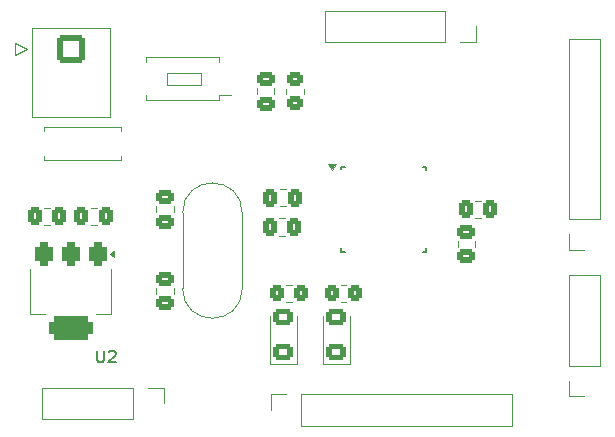
<source format=gto>
G04 #@! TF.GenerationSoftware,KiCad,Pcbnew,8.0.8-8.0.8-0~ubuntu24.04.1*
G04 #@! TF.CreationDate,2025-08-03T14:05:04+02:00*
G04 #@! TF.ProjectId,atmega328,61746d65-6761-4333-9238-2e6b69636164,rev?*
G04 #@! TF.SameCoordinates,Original*
G04 #@! TF.FileFunction,Legend,Top*
G04 #@! TF.FilePolarity,Positive*
%FSLAX46Y46*%
G04 Gerber Fmt 4.6, Leading zero omitted, Abs format (unit mm)*
G04 Created by KiCad (PCBNEW 8.0.8-8.0.8-0~ubuntu24.04.1) date 2025-08-03 14:05:04*
%MOMM*%
%LPD*%
G01*
G04 APERTURE LIST*
G04 Aperture macros list*
%AMRoundRect*
0 Rectangle with rounded corners*
0 $1 Rounding radius*
0 $2 $3 $4 $5 $6 $7 $8 $9 X,Y pos of 4 corners*
0 Add a 4 corners polygon primitive as box body*
4,1,4,$2,$3,$4,$5,$6,$7,$8,$9,$2,$3,0*
0 Add four circle primitives for the rounded corners*
1,1,$1+$1,$2,$3*
1,1,$1+$1,$4,$5*
1,1,$1+$1,$6,$7*
1,1,$1+$1,$8,$9*
0 Add four rect primitives between the rounded corners*
20,1,$1+$1,$2,$3,$4,$5,0*
20,1,$1+$1,$4,$5,$6,$7,0*
20,1,$1+$1,$6,$7,$8,$9,0*
20,1,$1+$1,$8,$9,$2,$3,0*%
G04 Aperture macros list end*
%ADD10C,0.150000*%
%ADD11C,0.120000*%
%ADD12RoundRect,0.250000X0.450000X-0.350000X0.450000X0.350000X-0.450000X0.350000X-0.450000X-0.350000X0*%
%ADD13RoundRect,0.250000X0.350000X0.450000X-0.350000X0.450000X-0.350000X-0.450000X0.350000X-0.450000X0*%
%ADD14RoundRect,0.250001X0.624999X-0.462499X0.624999X0.462499X-0.624999X0.462499X-0.624999X-0.462499X0*%
%ADD15RoundRect,0.250000X0.475000X-0.337500X0.475000X0.337500X-0.475000X0.337500X-0.475000X-0.337500X0*%
%ADD16RoundRect,0.250000X-0.475000X0.337500X-0.475000X-0.337500X0.475000X-0.337500X0.475000X0.337500X0*%
%ADD17RoundRect,0.250000X0.337500X0.475000X-0.337500X0.475000X-0.337500X-0.475000X0.337500X-0.475000X0*%
%ADD18RoundRect,0.250000X-0.337500X-0.475000X0.337500X-0.475000X0.337500X0.475000X-0.337500X0.475000X0*%
%ADD19R,1.600000X0.550000*%
%ADD20R,0.550000X1.600000*%
%ADD21R,1.700000X1.700000*%
%ADD22O,1.700000X1.700000*%
%ADD23C,1.500000*%
%ADD24RoundRect,0.250001X-0.949999X0.949999X-0.949999X-0.949999X0.949999X-0.949999X0.949999X0.949999X0*%
%ADD25C,2.400000*%
%ADD26R,2.250000X2.250000*%
%ADD27C,2.250000*%
%ADD28C,1.600000*%
%ADD29O,1.600000X1.600000*%
%ADD30RoundRect,0.375000X-0.375000X0.625000X-0.375000X-0.625000X0.375000X-0.625000X0.375000X0.625000X0*%
%ADD31RoundRect,0.500000X-1.400000X0.500000X-1.400000X-0.500000X1.400000X-0.500000X1.400000X0.500000X0*%
%ADD32C,0.600000*%
G04 APERTURE END LIST*
D10*
X136738095Y-85454819D02*
X136738095Y-86264342D01*
X136738095Y-86264342D02*
X136785714Y-86359580D01*
X136785714Y-86359580D02*
X136833333Y-86407200D01*
X136833333Y-86407200D02*
X136928571Y-86454819D01*
X136928571Y-86454819D02*
X137119047Y-86454819D01*
X137119047Y-86454819D02*
X137214285Y-86407200D01*
X137214285Y-86407200D02*
X137261904Y-86359580D01*
X137261904Y-86359580D02*
X137309523Y-86264342D01*
X137309523Y-86264342D02*
X137309523Y-85454819D01*
X137738095Y-85550057D02*
X137785714Y-85502438D01*
X137785714Y-85502438D02*
X137880952Y-85454819D01*
X137880952Y-85454819D02*
X138119047Y-85454819D01*
X138119047Y-85454819D02*
X138214285Y-85502438D01*
X138214285Y-85502438D02*
X138261904Y-85550057D01*
X138261904Y-85550057D02*
X138309523Y-85645295D01*
X138309523Y-85645295D02*
X138309523Y-85740533D01*
X138309523Y-85740533D02*
X138261904Y-85883390D01*
X138261904Y-85883390D02*
X137690476Y-86454819D01*
X137690476Y-86454819D02*
X138309523Y-86454819D01*
D11*
X152765000Y-63727064D02*
X152765000Y-63272936D01*
X154235000Y-63727064D02*
X154235000Y-63272936D01*
X157814564Y-81335000D02*
X157360436Y-81335000D01*
X157814564Y-79865000D02*
X157360436Y-79865000D01*
X153227064Y-81335000D02*
X152772936Y-81335000D01*
X153227064Y-79865000D02*
X152772936Y-79865000D01*
X155865000Y-82500000D02*
X155865000Y-86560000D01*
X158135000Y-86560000D02*
X158135000Y-82500000D01*
X155865000Y-86560000D02*
X158135000Y-86560000D01*
X151365000Y-86560000D02*
X153635000Y-86560000D01*
X153635000Y-86560000D02*
X153635000Y-82500000D01*
X151365000Y-82500000D02*
X151365000Y-86560000D01*
X150265000Y-63761252D02*
X150265000Y-63238748D01*
X151735000Y-63761252D02*
X151735000Y-63238748D01*
X141765000Y-80691252D02*
X141765000Y-80168748D01*
X143235000Y-80691252D02*
X143235000Y-80168748D01*
X143235000Y-73238748D02*
X143235000Y-73761252D01*
X141765000Y-73238748D02*
X141765000Y-73761252D01*
X136711252Y-74815000D02*
X136188748Y-74815000D01*
X136711252Y-73345000D02*
X136188748Y-73345000D01*
X167265000Y-76711252D02*
X167265000Y-76188748D01*
X168735000Y-76711252D02*
X168735000Y-76188748D01*
X152188748Y-71765000D02*
X152711252Y-71765000D01*
X152188748Y-73235000D02*
X152711252Y-73235000D01*
X152138748Y-74265000D02*
X152661252Y-74265000D01*
X152138748Y-75735000D02*
X152661252Y-75735000D01*
X132238748Y-73345000D02*
X132761252Y-73345000D01*
X132238748Y-74815000D02*
X132761252Y-74815000D01*
X169261252Y-74235000D02*
X168738748Y-74235000D01*
X169261252Y-72765000D02*
X168738748Y-72765000D01*
D10*
X157375000Y-69875000D02*
X157375000Y-70100000D01*
X157375000Y-69875000D02*
X157700000Y-69875000D01*
X157375000Y-77125000D02*
X157375000Y-76800000D01*
X157375000Y-77125000D02*
X157700000Y-77125000D01*
X164625000Y-69875000D02*
X164300000Y-69875000D01*
X164625000Y-69875000D02*
X164625000Y-70200000D01*
X164625000Y-77125000D02*
X164300000Y-77125000D01*
X164625000Y-77125000D02*
X164625000Y-76800000D01*
D11*
X156610000Y-70160000D02*
X156270000Y-69690000D01*
X156950000Y-69690000D01*
X156610000Y-70160000D01*
G36*
X156610000Y-70160000D02*
G01*
X156270000Y-69690000D01*
X156950000Y-69690000D01*
X156610000Y-70160000D01*
G37*
X151430000Y-89170000D02*
X152760000Y-89170000D01*
X151430000Y-90500000D02*
X151430000Y-89170000D01*
X154030000Y-89170000D02*
X171870000Y-89170000D01*
X154030000Y-91830000D02*
X154030000Y-89170000D01*
X154030000Y-91830000D02*
X171870000Y-91830000D01*
X171870000Y-91830000D02*
X171870000Y-89170000D01*
X132090000Y-88600000D02*
X132090000Y-91260000D01*
X139770000Y-88600000D02*
X132090000Y-88600000D01*
X139770000Y-88600000D02*
X139770000Y-91260000D01*
X139770000Y-91260000D02*
X132090000Y-91260000D01*
X141040000Y-88600000D02*
X142370000Y-88600000D01*
X142370000Y-88600000D02*
X142370000Y-89930000D01*
X176670000Y-74350000D02*
X176670000Y-59050000D01*
X176670000Y-76950000D02*
X176670000Y-75620000D01*
X178000000Y-76950000D02*
X176670000Y-76950000D01*
X179330000Y-59050000D02*
X176670000Y-59050000D01*
X179330000Y-74350000D02*
X176670000Y-74350000D01*
X179330000Y-74350000D02*
X179330000Y-59050000D01*
X143975000Y-73790000D02*
X143975000Y-80190000D01*
X149025000Y-73790000D02*
X149025000Y-80190000D01*
X143975000Y-73790000D02*
G75*
G02*
X149025000Y-73790000I2525000J0D01*
G01*
X149025000Y-80190000D02*
G75*
G02*
X143975000Y-80190000I-2525000J0D01*
G01*
X129817500Y-59450000D02*
X130817500Y-59950000D01*
X129817500Y-60450000D02*
X129817500Y-59450000D01*
X130817500Y-59950000D02*
X129817500Y-60450000D01*
X131207500Y-58170000D02*
X131207500Y-61930000D01*
X131207500Y-65690000D02*
X131207500Y-61930000D01*
X137827500Y-58170000D02*
X131207500Y-58170000D01*
X137827500Y-61930000D02*
X137827500Y-58170000D01*
X137827500Y-61930000D02*
X137827500Y-65690000D01*
X137827500Y-65690000D02*
X131207500Y-65690000D01*
X156010000Y-56670000D02*
X156010000Y-59330000D01*
X166230000Y-56670000D02*
X156010000Y-56670000D01*
X166230000Y-56670000D02*
X166230000Y-59330000D01*
X166230000Y-59330000D02*
X156010000Y-59330000D01*
X168830000Y-58000000D02*
X168830000Y-59330000D01*
X168830000Y-59330000D02*
X167500000Y-59330000D01*
X176670000Y-86730000D02*
X176670000Y-79050000D01*
X176670000Y-89330000D02*
X176670000Y-88000000D01*
X178000000Y-89330000D02*
X176670000Y-89330000D01*
X179330000Y-79050000D02*
X176670000Y-79050000D01*
X179330000Y-86730000D02*
X176670000Y-86730000D01*
X179330000Y-86730000D02*
X179330000Y-79050000D01*
X140900000Y-61040000D02*
X140900000Y-60580000D01*
X140900000Y-64280000D02*
X140900000Y-63820000D01*
X140900000Y-64280000D02*
X147100000Y-64280000D01*
X147100000Y-60580000D02*
X140900000Y-60580000D01*
X147100000Y-61040000D02*
X147100000Y-60580000D01*
X147100000Y-63820000D02*
X148100000Y-63820000D01*
X147100000Y-64280000D02*
X147100000Y-63820000D01*
X145500000Y-62980000D02*
X142650000Y-62980000D01*
X142650000Y-61930000D01*
X145500000Y-61930000D01*
X145500000Y-62980000D01*
X132230000Y-66560000D02*
X132230000Y-66890000D01*
X132230000Y-69300000D02*
X132230000Y-68970000D01*
X138770000Y-66560000D02*
X132230000Y-66560000D01*
X138770000Y-66890000D02*
X138770000Y-66560000D01*
X138770000Y-68970000D02*
X138770000Y-69300000D01*
X138770000Y-69300000D02*
X132230000Y-69300000D01*
X131090000Y-78580000D02*
X131090000Y-82340000D01*
X131090000Y-82340000D02*
X132350000Y-82340000D01*
X137910000Y-78580000D02*
X137910000Y-82340000D01*
X137910000Y-82340000D02*
X136650000Y-82340000D01*
X138140000Y-77540000D02*
X137810000Y-77300000D01*
X138140000Y-77060000D01*
X138140000Y-77540000D01*
G36*
X138140000Y-77540000D02*
G01*
X137810000Y-77300000D01*
X138140000Y-77060000D01*
X138140000Y-77540000D01*
G37*
%LPC*%
D12*
X153500000Y-64500000D03*
X153500000Y-62500000D03*
D13*
X158587500Y-80600000D03*
X156587500Y-80600000D03*
X154000000Y-80600000D03*
X152000000Y-80600000D03*
D14*
X157000000Y-82612500D03*
X157000000Y-85587500D03*
X152500000Y-85587500D03*
X152500000Y-82612500D03*
D15*
X151000000Y-64537500D03*
X151000000Y-62462500D03*
X142500000Y-81467500D03*
X142500000Y-79392500D03*
D16*
X142500000Y-72462500D03*
X142500000Y-74537500D03*
D17*
X137487500Y-74080000D03*
X135412500Y-74080000D03*
D15*
X168000000Y-77487500D03*
X168000000Y-75412500D03*
D18*
X151412500Y-72500000D03*
X153487500Y-72500000D03*
X151362500Y-75000000D03*
X153437500Y-75000000D03*
X131462500Y-74080000D03*
X133537500Y-74080000D03*
D17*
X170037500Y-73500000D03*
X167962500Y-73500000D03*
D19*
X156750000Y-70700000D03*
X156750000Y-71500000D03*
X156750000Y-72300000D03*
X156750000Y-73100000D03*
X156750000Y-73900000D03*
X156750000Y-74700000D03*
X156750000Y-75500000D03*
X156750000Y-76300000D03*
D20*
X158200000Y-77750000D03*
X159000000Y-77750000D03*
X159800000Y-77750000D03*
X160600000Y-77750000D03*
X161400000Y-77750000D03*
X162200000Y-77750000D03*
X163000000Y-77750000D03*
X163800000Y-77750000D03*
D19*
X165250000Y-76300000D03*
X165250000Y-75500000D03*
X165250000Y-74700000D03*
X165250000Y-73900000D03*
X165250000Y-73100000D03*
X165250000Y-72300000D03*
X165250000Y-71500000D03*
X165250000Y-70700000D03*
D20*
X163800000Y-69250000D03*
X163000000Y-69250000D03*
X162200000Y-69250000D03*
X161400000Y-69250000D03*
X160600000Y-69250000D03*
X159800000Y-69250000D03*
X159000000Y-69250000D03*
X158200000Y-69250000D03*
D21*
X152760000Y-90500000D03*
D22*
X155300000Y-90500000D03*
X157840000Y-90500000D03*
X160380000Y-90500000D03*
X162920000Y-90500000D03*
X165460000Y-90500000D03*
X168000000Y-90500000D03*
X170540000Y-90500000D03*
D21*
X141040000Y-89930000D03*
D22*
X138500000Y-89930000D03*
X135960000Y-89930000D03*
X133420000Y-89930000D03*
D21*
X178000000Y-75620000D03*
D22*
X178000000Y-73080000D03*
X178000000Y-70540000D03*
X178000000Y-68000000D03*
X178000000Y-65460000D03*
X178000000Y-62920000D03*
X178000000Y-60380000D03*
D23*
X146500000Y-74550000D03*
X146500000Y-79430000D03*
D24*
X134517500Y-59950000D03*
D25*
X134517500Y-63910000D03*
D21*
X167500000Y-58000000D03*
D22*
X164960000Y-58000000D03*
X162420000Y-58000000D03*
X159880000Y-58000000D03*
X157340000Y-58000000D03*
D21*
X178000000Y-88000000D03*
D22*
X178000000Y-85460000D03*
X178000000Y-82920000D03*
X178000000Y-80380000D03*
D26*
X147250000Y-62430000D03*
D27*
X140750000Y-62430000D03*
D28*
X139310000Y-67930000D03*
D29*
X131690000Y-67930000D03*
D30*
X136800000Y-77280000D03*
X134500000Y-77280000D03*
D31*
X134500000Y-83580000D03*
D30*
X132200000Y-77280000D03*
D32*
X154500000Y-75000000D03*
X169500000Y-75500000D03*
X155500000Y-69500000D03*
X156500000Y-68900000D03*
X157000000Y-67500000D03*
X163500000Y-74500000D03*
X159000000Y-66500000D03*
X157500000Y-66625000D03*
%LPD*%
M02*

</source>
